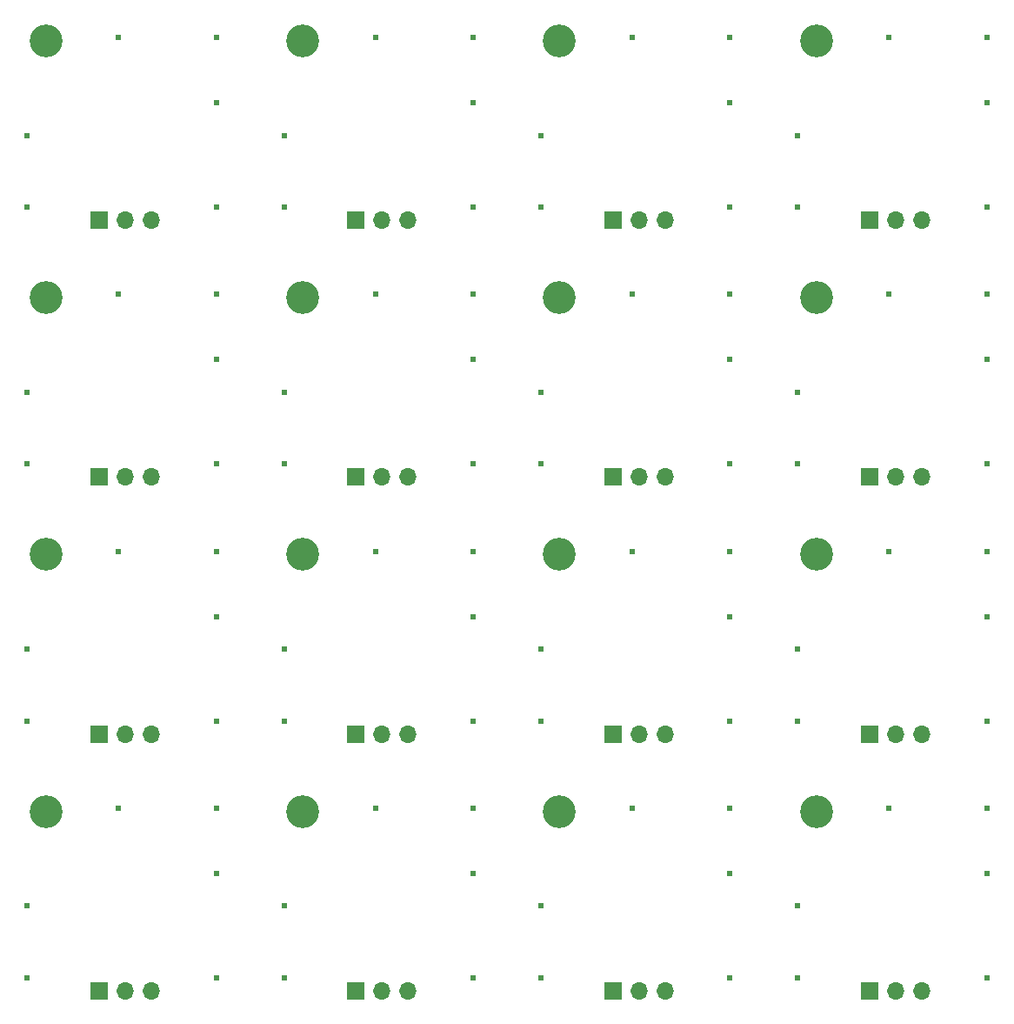
<source format=gbr>
G04 #@! TF.GenerationSoftware,KiCad,Pcbnew,(6.0.6)*
G04 #@! TF.CreationDate,2022-08-12T14:57:56+09:00*
G04 #@! TF.ProjectId,tutorial1-PNLZ,7475746f-7269-4616-9c31-2d504e4c5a2e,1*
G04 #@! TF.SameCoordinates,PX7bfa480PY7bfa480*
G04 #@! TF.FileFunction,Soldermask,Bot*
G04 #@! TF.FilePolarity,Negative*
%FSLAX46Y46*%
G04 Gerber Fmt 4.6, Leading zero omitted, Abs format (unit mm)*
G04 Created by KiCad (PCBNEW (6.0.6)) date 2022-08-12 14:57:56*
%MOMM*%
%LPD*%
G01*
G04 APERTURE LIST*
%ADD10C,3.200000*%
%ADD11O,1.700000X1.700000*%
%ADD12R,1.700000X1.700000*%
%ADD13C,0.605000*%
G04 APERTURE END LIST*
D10*
X30000000Y-5000000D03*
D11*
X40255000Y-22460000D03*
X37715000Y-22460000D03*
D12*
X35175000Y-22460000D03*
D10*
X5000000Y-5000000D03*
D11*
X15255000Y-22460000D03*
X12715000Y-22460000D03*
D12*
X10175000Y-22460000D03*
D10*
X-20000000Y-5000000D03*
D11*
X-9745000Y-22460000D03*
X-12285000Y-22460000D03*
D12*
X-14825000Y-22460000D03*
D10*
X-45000000Y-5000000D03*
D11*
X-34745000Y-22460000D03*
X-37285000Y-22460000D03*
D12*
X-39825000Y-22460000D03*
D10*
X30000000Y20000000D03*
D11*
X40255000Y2540000D03*
X37715000Y2540000D03*
D12*
X35175000Y2540000D03*
D10*
X5000000Y20000000D03*
D11*
X15255000Y2540000D03*
X12715000Y2540000D03*
D12*
X10175000Y2540000D03*
D10*
X-20000000Y20000000D03*
D11*
X-9745000Y2540000D03*
X-12285000Y2540000D03*
D12*
X-14825000Y2540000D03*
D10*
X-45000000Y20000000D03*
D11*
X-34745000Y2540000D03*
X-37285000Y2540000D03*
D12*
X-39825000Y2540000D03*
D10*
X30000000Y45000000D03*
D11*
X40255000Y27540000D03*
X37715000Y27540000D03*
D12*
X35175000Y27540000D03*
D10*
X5000000Y45000000D03*
D11*
X15255000Y27540000D03*
X12715000Y27540000D03*
D12*
X10175000Y27540000D03*
D10*
X-20000000Y45000000D03*
D11*
X-9745000Y27540000D03*
X-12285000Y27540000D03*
D12*
X-14825000Y27540000D03*
D10*
X-45000000Y45000000D03*
D11*
X-34745000Y27540000D03*
X-37285000Y27540000D03*
D12*
X-39825000Y27540000D03*
D10*
X30000000Y70000000D03*
D11*
X40255000Y52540000D03*
X37715000Y52540000D03*
D12*
X35175000Y52540000D03*
D10*
X5000000Y70000000D03*
D11*
X15255000Y52540000D03*
X12715000Y52540000D03*
D12*
X10175000Y52540000D03*
D10*
X-20000000Y70000000D03*
D11*
X-9745000Y52540000D03*
X-12285000Y52540000D03*
D12*
X-14825000Y52540000D03*
D10*
X-45000000Y70000000D03*
D11*
X-34745000Y52540000D03*
X-37285000Y52540000D03*
D12*
X-39825000Y52540000D03*
D13*
X46590000Y-4680000D03*
X28175000Y-21190000D03*
X28175000Y-14205000D03*
X37065000Y-4680000D03*
X46590000Y-11030000D03*
X46590000Y-21190000D03*
X21590000Y-4680000D03*
X3175000Y-21190000D03*
X3175000Y-14205000D03*
X12065000Y-4680000D03*
X21590000Y-11030000D03*
X21590000Y-21190000D03*
X-3410000Y-4680000D03*
X-21825000Y-21190000D03*
X-21825000Y-14205000D03*
X-12935000Y-4680000D03*
X-3410000Y-11030000D03*
X-3410000Y-21190000D03*
X-28410000Y-4680000D03*
X-46825000Y-21190000D03*
X-46825000Y-14205000D03*
X-37935000Y-4680000D03*
X-28410000Y-11030000D03*
X-28410000Y-21190000D03*
X46590000Y20320000D03*
X28175000Y3810000D03*
X28175000Y10795000D03*
X37065000Y20320000D03*
X46590000Y13970000D03*
X46590000Y3810000D03*
X21590000Y20320000D03*
X3175000Y3810000D03*
X3175000Y10795000D03*
X12065000Y20320000D03*
X21590000Y13970000D03*
X21590000Y3810000D03*
X-3410000Y20320000D03*
X-21825000Y3810000D03*
X-21825000Y10795000D03*
X-12935000Y20320000D03*
X-3410000Y13970000D03*
X-3410000Y3810000D03*
X-28410000Y20320000D03*
X-46825000Y3810000D03*
X-46825000Y10795000D03*
X-37935000Y20320000D03*
X-28410000Y13970000D03*
X-28410000Y3810000D03*
X46590000Y45320000D03*
X28175000Y28810000D03*
X28175000Y35795000D03*
X37065000Y45320000D03*
X46590000Y38970000D03*
X46590000Y28810000D03*
X21590000Y45320000D03*
X3175000Y28810000D03*
X3175000Y35795000D03*
X12065000Y45320000D03*
X21590000Y38970000D03*
X21590000Y28810000D03*
X-3410000Y45320000D03*
X-21825000Y28810000D03*
X-21825000Y35795000D03*
X-12935000Y45320000D03*
X-3410000Y38970000D03*
X-3410000Y28810000D03*
X-28410000Y45320000D03*
X-46825000Y28810000D03*
X-46825000Y35795000D03*
X-37935000Y45320000D03*
X-28410000Y38970000D03*
X-28410000Y28810000D03*
X46590000Y70320000D03*
X28175000Y53810000D03*
X28175000Y60795000D03*
X37065000Y70320000D03*
X46590000Y63970000D03*
X46590000Y53810000D03*
X21590000Y70320000D03*
X3175000Y53810000D03*
X3175000Y60795000D03*
X12065000Y70320000D03*
X21590000Y63970000D03*
X21590000Y53810000D03*
X-3410000Y70320000D03*
X-21825000Y53810000D03*
X-21825000Y60795000D03*
X-12935000Y70320000D03*
X-3410000Y63970000D03*
X-3410000Y53810000D03*
X-46825000Y60795000D03*
X-28410000Y70320000D03*
X-28410000Y53810000D03*
X-28410000Y63970000D03*
X-46825000Y53810000D03*
X-37935000Y70320000D03*
M02*

</source>
